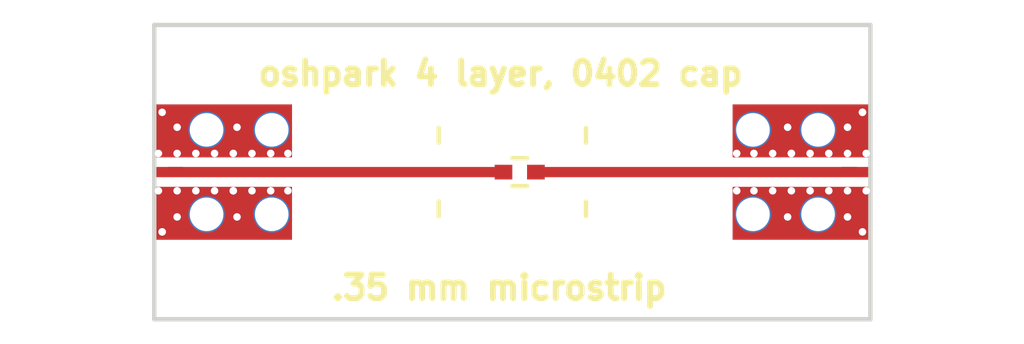
<source format=kicad_pcb>
(kicad_pcb (version 4) (host pcbnew 4.0.7)

  (general
    (links 61)
    (no_connects 2)
    (area 126.124999 99.924999 150.575001 110.075001)
    (thickness 1.6)
    (drawings 8)
    (tracks 2)
    (zones 0)
    (modules 3)
    (nets 4)
  )

  (page A4)
  (layers
    (0 F.Cu signal)
    (1 In1.Cu signal)
    (2 In2.Cu signal)
    (31 B.Cu signal)
    (32 B.Adhes user)
    (33 F.Adhes user)
    (34 B.Paste user)
    (35 F.Paste user)
    (36 B.SilkS user)
    (37 F.SilkS user)
    (38 B.Mask user)
    (39 F.Mask user)
    (40 Dwgs.User user)
    (41 Cmts.User user)
    (42 Eco1.User user)
    (43 Eco2.User user)
    (44 Edge.Cuts user)
    (45 Margin user)
    (46 B.CrtYd user)
    (47 F.CrtYd user)
    (48 B.Fab user)
    (49 F.Fab user)
  )

  (setup
    (last_trace_width 0.35)
    (user_trace_width 0.35)
    (trace_clearance 0.2)
    (zone_clearance 0.1)
    (zone_45_only no)
    (trace_min 0.2)
    (segment_width 0.2)
    (edge_width 0.15)
    (via_size 0.6)
    (via_drill 0.4)
    (via_min_size 0.4)
    (via_min_drill 0.3)
    (uvia_size 0.3)
    (uvia_drill 0.1)
    (uvias_allowed no)
    (uvia_min_size 0.2)
    (uvia_min_drill 0.1)
    (pcb_text_width 0.3)
    (pcb_text_size 1.5 1.5)
    (mod_edge_width 0.15)
    (mod_text_size 1 1)
    (mod_text_width 0.15)
    (pad_size 1.524 1.524)
    (pad_drill 0.762)
    (pad_to_mask_clearance 0.05)
    (aux_axis_origin 0 0)
    (visible_elements FFFEFF7F)
    (pcbplotparams
      (layerselection 0x00030_80000001)
      (usegerberextensions false)
      (excludeedgelayer true)
      (linewidth 0.100000)
      (plotframeref false)
      (viasonmask false)
      (mode 1)
      (useauxorigin false)
      (hpglpennumber 1)
      (hpglpenspeed 20)
      (hpglpendiameter 15)
      (hpglpenoverlay 2)
      (psnegative false)
      (psa4output false)
      (plotreference true)
      (plotvalue true)
      (plotinvisibletext false)
      (padsonsilk false)
      (subtractmaskfromsilk false)
      (outputformat 1)
      (mirror false)
      (drillshape 1)
      (scaleselection 1)
      (outputdirectory ""))
  )

  (net 0 "")
  (net 1 GND)
  (net 2 "Net-(C101-Pad2)")
  (net 3 "Net-(C101-Pad1)")

  (net_class Default "This is the default net class."
    (clearance 0.2)
    (trace_width 0.25)
    (via_dia 0.6)
    (via_drill 0.4)
    (uvia_dia 0.3)
    (uvia_drill 0.1)
    (add_net GND)
    (add_net "Net-(C101-Pad1)")
    (add_net "Net-(C101-Pad2)")
  )

  (module vna_footprints:SMA_901-10512_6p7MIL_FR408_CPW_LAUNCH (layer F.Cu) (tedit 59B4A2F5) (tstamp 59B4A12A)
    (at 128.5 105 180)
    (path /59B4A05A)
    (fp_text reference U101 (at -0.25 4 180) (layer F.SilkS) hide
      (effects (font (size 1 1) (thickness 0.15)))
    )
    (fp_text value CONN_SMA_2GND (at 1.1 -5 180) (layer F.Fab)
      (effects (font (size 1 1) (thickness 0.15)))
    )
    (fp_line (start -7.35 -1) (end -7.35 -1.5) (layer F.SilkS) (width 0.15))
    (fp_line (start -7.35 1.5) (end -7.35 1) (layer F.SilkS) (width 0.15))
    (pad 2 thru_hole circle (at -1.685 -1.435 180) (size 1.24 1.24) (drill 1.14) (layers *.Cu *.Mask)
      (net 1 GND))
    (pad 2 thru_hole circle (at 0.525 -1.435 180) (size 1.24 1.24) (drill 1.14) (layers *.Cu *.Mask)
      (net 1 GND))
    (pad 3 thru_hole circle (at 0.525 1.435 180) (size 1.24 1.24) (drill 1.14) (layers *.Cu *.Mask)
      (net 1 GND))
    (pad 3 thru_hole circle (at -1.685 1.435 180) (size 1.24 1.24) (drill 1.14) (layers *.Cu *.Mask)
      (net 1 GND))
    (pad 1 smd rect (at 1.8 0 180) (size 0.95 0.35) (layers F.Cu F.Paste F.Mask)
      (net 2 "Net-(C101-Pad2)"))
    (pad 2 smd rect (at -0.05 -1.4 180) (size 4.65 1.8) (layers F.Cu F.Paste F.Mask)
      (net 1 GND))
    (pad 3 smd rect (at -0.05 1.4 180) (size 4.65 1.8) (layers F.Cu F.Paste F.Mask)
      (net 1 GND))
    (pad 2 thru_hole circle (at 0.254 -0.635 180) (size 0.254 0.254) (drill 0.254) (layers *.Cu *.Mask)
      (net 1 GND))
    (pad 2 thru_hole circle (at -1.651 -0.635 180) (size 0.254 0.254) (drill 0.254) (layers *.Cu *.Mask)
      (net 1 GND))
    (pad 2 thru_hole circle (at -2.2352 -0.635 180) (size 0.254 0.254) (drill 0.254) (layers *.Cu *.Mask)
      (net 1 GND))
    (pad 2 thru_hole circle (at -1.016 -0.635 180) (size 0.254 0.254) (drill 0.254) (layers *.Cu *.Mask)
      (net 1 GND))
    (pad 2 thru_hole circle (at -0.381 -0.635 180) (size 0.254 0.254) (drill 0.254) (layers *.Cu *.Mask)
      (net 1 GND))
    (pad 2 thru_hole circle (at 0.889 -0.635 180) (size 0.254 0.254) (drill 0.254) (layers *.Cu *.Mask)
      (net 1 GND))
    (pad 2 thru_hole circle (at 1.524 -0.635 180) (size 0.254 0.254) (drill 0.254) (layers *.Cu *.Mask)
      (net 1 GND))
    (pad 2 thru_hole circle (at 2.159 -0.635 180) (size 0.254 0.254) (drill 0.254) (layers *.Cu *.Mask)
      (net 1 GND))
    (pad 2 thru_hole circle (at 2.159 0.635 180) (size 0.254 0.254) (drill 0.254) (layers *.Cu *.Mask)
      (net 1 GND))
    (pad 2 thru_hole circle (at 1.524 0.635 180) (size 0.254 0.254) (drill 0.254) (layers *.Cu *.Mask)
      (net 1 GND))
    (pad 2 thru_hole circle (at 0.889 0.635 180) (size 0.254 0.254) (drill 0.254) (layers *.Cu *.Mask)
      (net 1 GND))
    (pad 2 thru_hole circle (at 0.254 0.635 180) (size 0.254 0.254) (drill 0.254) (layers *.Cu *.Mask)
      (net 1 GND))
    (pad 2 thru_hole circle (at -0.381 0.635 180) (size 0.254 0.254) (drill 0.254) (layers *.Cu *.Mask)
      (net 1 GND))
    (pad 2 thru_hole circle (at -1.016 0.635 180) (size 0.254 0.254) (drill 0.254) (layers *.Cu *.Mask)
      (net 1 GND))
    (pad 2 thru_hole circle (at -1.651 0.635 180) (size 0.254 0.254) (drill 0.254) (layers *.Cu *.Mask)
      (net 1 GND))
    (pad 2 thru_hole circle (at -2.2352 0.635 180) (size 0.254 0.254) (drill 0.254) (layers *.Cu *.Mask)
      (net 1 GND))
    (pad 2 thru_hole circle (at -0.381 -0.635 180) (size 0.254 0.254) (drill 0.254) (layers *.Cu *.Mask)
      (net 1 GND))
    (pad 2 thru_hole circle (at -0.508 -1.524 180) (size 0.254 0.254) (drill 0.254) (layers *.Cu *.Mask)
      (net 1 GND))
    (pad 2 thru_hole circle (at 1.524 -1.524 180) (size 0.254 0.254) (drill 0.254) (layers *.Cu *.Mask)
      (net 1 GND))
    (pad 2 thru_hole circle (at 1.524 1.524 180) (size 0.254 0.254) (drill 0.254) (layers *.Cu *.Mask)
      (net 1 GND))
    (pad 2 thru_hole circle (at -0.508 1.524 180) (size 0.254 0.254) (drill 0.254) (layers *.Cu *.Mask)
      (net 1 GND))
    (pad 2 thru_hole circle (at 2.032 2.032 180) (size 0.254 0.254) (drill 0.254) (layers *.Cu *.Mask)
      (net 1 GND))
    (pad 2 thru_hole circle (at 2.032 -2.032 180) (size 0.254 0.254) (drill 0.254) (layers *.Cu *.Mask)
      (net 1 GND))
    (pad 2 thru_hole circle (at 2.032 -2.032 180) (size 0.254 0.254) (drill 0.254) (layers *.Cu *.Mask)
      (net 1 GND))
  )

  (module vna_footprints:SMA_901-10512_6p7MIL_FR408_CPW_LAUNCH (layer F.Cu) (tedit 59B4A2F7) (tstamp 59B4A14D)
    (at 148.2 105)
    (path /59B4A095)
    (fp_text reference U102 (at -0.25 -3.1) (layer F.SilkS) hide
      (effects (font (size 1 1) (thickness 0.15)))
    )
    (fp_text value CONN_SMA_2GND (at 1.1 -5) (layer F.Fab)
      (effects (font (size 1 1) (thickness 0.15)))
    )
    (fp_line (start -7.35 -1) (end -7.35 -1.5) (layer F.SilkS) (width 0.15))
    (fp_line (start -7.35 1.5) (end -7.35 1) (layer F.SilkS) (width 0.15))
    (pad 2 thru_hole circle (at -1.685 -1.435) (size 1.24 1.24) (drill 1.14) (layers *.Cu *.Mask)
      (net 1 GND))
    (pad 2 thru_hole circle (at 0.525 -1.435) (size 1.24 1.24) (drill 1.14) (layers *.Cu *.Mask)
      (net 1 GND))
    (pad 3 thru_hole circle (at 0.525 1.435) (size 1.24 1.24) (drill 1.14) (layers *.Cu *.Mask)
      (net 1 GND))
    (pad 3 thru_hole circle (at -1.685 1.435) (size 1.24 1.24) (drill 1.14) (layers *.Cu *.Mask)
      (net 1 GND))
    (pad 1 smd rect (at 1.8 0) (size 0.95 0.35) (layers F.Cu F.Paste F.Mask)
      (net 3 "Net-(C101-Pad1)"))
    (pad 2 smd rect (at -0.05 -1.4) (size 4.65 1.8) (layers F.Cu F.Paste F.Mask)
      (net 1 GND))
    (pad 3 smd rect (at -0.05 1.4) (size 4.65 1.8) (layers F.Cu F.Paste F.Mask)
      (net 1 GND))
    (pad 2 thru_hole circle (at 0.254 -0.635) (size 0.254 0.254) (drill 0.254) (layers *.Cu *.Mask)
      (net 1 GND))
    (pad 2 thru_hole circle (at -1.651 -0.635) (size 0.254 0.254) (drill 0.254) (layers *.Cu *.Mask)
      (net 1 GND))
    (pad 2 thru_hole circle (at -2.2352 -0.635) (size 0.254 0.254) (drill 0.254) (layers *.Cu *.Mask)
      (net 1 GND))
    (pad 2 thru_hole circle (at -1.016 -0.635) (size 0.254 0.254) (drill 0.254) (layers *.Cu *.Mask)
      (net 1 GND))
    (pad 2 thru_hole circle (at -0.381 -0.635) (size 0.254 0.254) (drill 0.254) (layers *.Cu *.Mask)
      (net 1 GND))
    (pad 2 thru_hole circle (at 0.889 -0.635) (size 0.254 0.254) (drill 0.254) (layers *.Cu *.Mask)
      (net 1 GND))
    (pad 2 thru_hole circle (at 1.524 -0.635) (size 0.254 0.254) (drill 0.254) (layers *.Cu *.Mask)
      (net 1 GND))
    (pad 2 thru_hole circle (at 2.159 -0.635) (size 0.254 0.254) (drill 0.254) (layers *.Cu *.Mask)
      (net 1 GND))
    (pad 2 thru_hole circle (at 2.159 0.635) (size 0.254 0.254) (drill 0.254) (layers *.Cu *.Mask)
      (net 1 GND))
    (pad 2 thru_hole circle (at 1.524 0.635) (size 0.254 0.254) (drill 0.254) (layers *.Cu *.Mask)
      (net 1 GND))
    (pad 2 thru_hole circle (at 0.889 0.635) (size 0.254 0.254) (drill 0.254) (layers *.Cu *.Mask)
      (net 1 GND))
    (pad 2 thru_hole circle (at 0.254 0.635) (size 0.254 0.254) (drill 0.254) (layers *.Cu *.Mask)
      (net 1 GND))
    (pad 2 thru_hole circle (at -0.381 0.635) (size 0.254 0.254) (drill 0.254) (layers *.Cu *.Mask)
      (net 1 GND))
    (pad 2 thru_hole circle (at -1.016 0.635) (size 0.254 0.254) (drill 0.254) (layers *.Cu *.Mask)
      (net 1 GND))
    (pad 2 thru_hole circle (at -1.651 0.635) (size 0.254 0.254) (drill 0.254) (layers *.Cu *.Mask)
      (net 1 GND))
    (pad 2 thru_hole circle (at -2.2352 0.635) (size 0.254 0.254) (drill 0.254) (layers *.Cu *.Mask)
      (net 1 GND))
    (pad 2 thru_hole circle (at -0.381 -0.635) (size 0.254 0.254) (drill 0.254) (layers *.Cu *.Mask)
      (net 1 GND))
    (pad 2 thru_hole circle (at -0.508 -1.524) (size 0.254 0.254) (drill 0.254) (layers *.Cu *.Mask)
      (net 1 GND))
    (pad 2 thru_hole circle (at 1.524 -1.524) (size 0.254 0.254) (drill 0.254) (layers *.Cu *.Mask)
      (net 1 GND))
    (pad 2 thru_hole circle (at 1.524 1.524) (size 0.254 0.254) (drill 0.254) (layers *.Cu *.Mask)
      (net 1 GND))
    (pad 2 thru_hole circle (at -0.508 1.524) (size 0.254 0.254) (drill 0.254) (layers *.Cu *.Mask)
      (net 1 GND))
    (pad 2 thru_hole circle (at 2.032 2.032) (size 0.254 0.254) (drill 0.254) (layers *.Cu *.Mask)
      (net 1 GND))
    (pad 2 thru_hole circle (at 2.032 -2.032) (size 0.254 0.254) (drill 0.254) (layers *.Cu *.Mask)
      (net 1 GND))
    (pad 2 thru_hole circle (at 2.032 -2.032) (size 0.254 0.254) (drill 0.254) (layers *.Cu *.Mask)
      (net 1 GND))
  )

  (module Capacitors_SMD:C_0402 (layer F.Cu) (tedit 5AC166DD) (tstamp 5AC166B2)
    (at 138.6 105 180)
    (descr "Capacitor SMD 0402, reflow soldering, AVX (see smccp.pdf)")
    (tags "capacitor 0402")
    (path /5AC18D77)
    (attr smd)
    (fp_text reference C101 (at 0 -2.2 180) (layer F.SilkS) hide
      (effects (font (size 1 1) (thickness 0.15)))
    )
    (fp_text value C_Small (at 0 1.7 180) (layer F.Fab)
      (effects (font (size 1 1) (thickness 0.15)))
    )
    (fp_line (start -1.15 -0.6) (end 1.15 -0.6) (layer F.CrtYd) (width 0.05))
    (fp_line (start -1.15 0.6) (end 1.15 0.6) (layer F.CrtYd) (width 0.05))
    (fp_line (start -1.15 -0.6) (end -1.15 0.6) (layer F.CrtYd) (width 0.05))
    (fp_line (start 1.15 -0.6) (end 1.15 0.6) (layer F.CrtYd) (width 0.05))
    (fp_line (start 0.25 -0.475) (end -0.25 -0.475) (layer F.SilkS) (width 0.15))
    (fp_line (start -0.25 0.475) (end 0.25 0.475) (layer F.SilkS) (width 0.15))
    (pad 1 smd rect (at -0.55 0 180) (size 0.6 0.5) (layers F.Cu F.Paste F.Mask)
      (net 3 "Net-(C101-Pad1)"))
    (pad 2 smd rect (at 0.55 0 180) (size 0.6 0.5) (layers F.Cu F.Paste F.Mask)
      (net 2 "Net-(C101-Pad2)"))
    (model Capacitors_SMD.3dshapes/C_0402.wrl
      (at (xyz 0 0 0))
      (scale (xyz 1 1 1))
      (rotate (xyz 0 0 0))
    )
  )

  (gr_text ".35 mm microstrip" (at 137.9 108.925) (layer F.SilkS) (tstamp 59B4A39D)
    (effects (font (size 0.8 0.8) (thickness 0.2)))
  )
  (gr_text "oshpark 4 layer, 0402 cap" (at 137.95 101.65) (layer F.SilkS)
    (effects (font (size 0.8 0.8) (thickness 0.2)))
  )
  (gr_line (start 126.2 100) (end 150.5 100) (layer Edge.Cuts) (width 0.15))
  (gr_line (start 150.5 110) (end 126.2 110) (layer Edge.Cuts) (width 0.15))
  (gr_line (start 150.5 105) (end 150.5 110) (layer Edge.Cuts) (width 0.15))
  (gr_line (start 150.5 105) (end 150.5 100) (layer Edge.Cuts) (width 0.15))
  (gr_line (start 126.2 105) (end 126.2 110) (layer Edge.Cuts) (width 0.15))
  (gr_line (start 126.2 105) (end 126.2 100) (layer Edge.Cuts) (width 0.15))

  (segment (start 126.7 105) (end 138.05 105) (width 0.35) (layer F.Cu) (net 2))
  (segment (start 139.15 105) (end 150 105) (width 0.35) (layer F.Cu) (net 3))

  (zone (net 1) (net_name GND) (layer In1.Cu) (tstamp 0) (hatch edge 0.508)
    (connect_pads yes (clearance 0.1))
    (min_thickness 0.254)
    (fill yes (arc_segments 16) (thermal_gap 0.508) (thermal_bridge_width 0.508))
    (polygon
      (pts
        (xy 150.5 100) (xy 150.5 110) (xy 126.15 110) (xy 126.15 100)
      )
    )
    (filled_polygon
      (pts
        (xy 150.198 109.698) (xy 126.502 109.698) (xy 126.502 100.302) (xy 150.198 100.302)
      )
    )
  )
)

</source>
